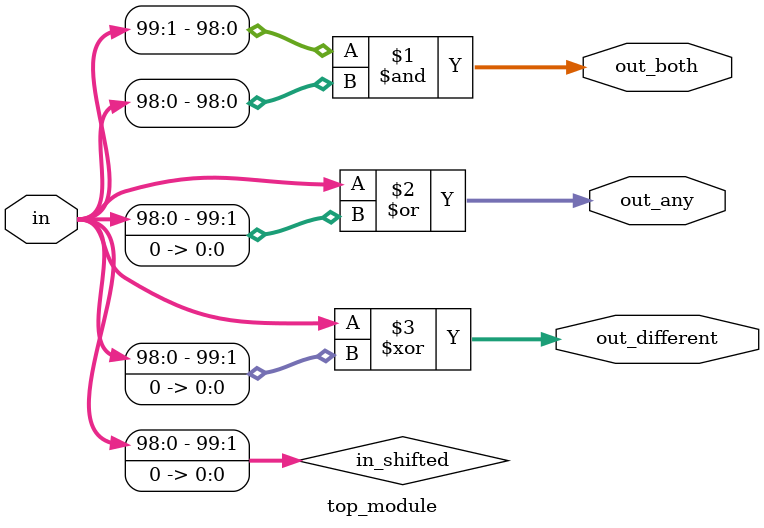
<source format=sv>
module top_module (
	input [99:0] in,
	output [98:0] out_both,
	output [99:0] out_any,
	output [99:0] out_different
);

    wire [99:0] in_shifted;
    assign in_shifted = {in[98:0], 1'b0};

    assign out_both = in[99:1] & in_shifted[99:1];
    assign out_any = in | in_shifted;
    assign out_different[99:0] = (in[99:0] ^ in_shifted[99:0]);

endmodule

</source>
